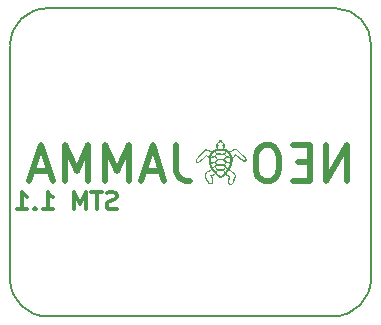
<source format=gbo>
G04 #@! TF.FileFunction,Legend,Bot*
%FSLAX46Y46*%
G04 Gerber Fmt 4.6, Leading zero omitted, Abs format (unit mm)*
G04 Created by KiCad (PCBNEW 4.0.7) date 10/31/19 18:54:42*
%MOMM*%
%LPD*%
G01*
G04 APERTURE LIST*
%ADD10C,0.100000*%
%ADD11C,0.150000*%
%ADD12C,0.300000*%
%ADD13C,0.500000*%
%ADD14C,0.010000*%
G04 APERTURE END LIST*
D10*
D11*
X157612000Y-82707000D02*
X182095000Y-82707000D01*
X157620000Y-108776000D02*
X181851000Y-108776000D01*
D12*
X163510285Y-99667143D02*
X163295999Y-99738571D01*
X162938856Y-99738571D01*
X162795999Y-99667143D01*
X162724570Y-99595714D01*
X162653142Y-99452857D01*
X162653142Y-99310000D01*
X162724570Y-99167143D01*
X162795999Y-99095714D01*
X162938856Y-99024286D01*
X163224570Y-98952857D01*
X163367428Y-98881429D01*
X163438856Y-98810000D01*
X163510285Y-98667143D01*
X163510285Y-98524286D01*
X163438856Y-98381429D01*
X163367428Y-98310000D01*
X163224570Y-98238571D01*
X162867428Y-98238571D01*
X162653142Y-98310000D01*
X162224571Y-98238571D02*
X161367428Y-98238571D01*
X161795999Y-99738571D02*
X161795999Y-98238571D01*
X160867428Y-99738571D02*
X160867428Y-98238571D01*
X160367428Y-99310000D01*
X159867428Y-98238571D01*
X159867428Y-99738571D01*
X157224571Y-99738571D02*
X158081714Y-99738571D01*
X157653142Y-99738571D02*
X157653142Y-98238571D01*
X157795999Y-98452857D01*
X157938857Y-98595714D01*
X158081714Y-98667143D01*
X156581714Y-99595714D02*
X156510286Y-99667143D01*
X156581714Y-99738571D01*
X156653143Y-99667143D01*
X156581714Y-99595714D01*
X156581714Y-99738571D01*
X155081714Y-99738571D02*
X155938857Y-99738571D01*
X155510285Y-99738571D02*
X155510285Y-98238571D01*
X155653142Y-98452857D01*
X155796000Y-98595714D01*
X155938857Y-98667143D01*
D13*
X182972285Y-97323143D02*
X182972285Y-94323143D01*
X181258000Y-97323143D01*
X181258000Y-94323143D01*
X179829428Y-95751714D02*
X178829428Y-95751714D01*
X178400857Y-97323143D02*
X179829428Y-97323143D01*
X179829428Y-94323143D01*
X178400857Y-94323143D01*
X176543714Y-94323143D02*
X175972285Y-94323143D01*
X175686571Y-94466000D01*
X175400857Y-94751714D01*
X175257999Y-95323143D01*
X175257999Y-96323143D01*
X175400857Y-96894571D01*
X175686571Y-97180286D01*
X175972285Y-97323143D01*
X176543714Y-97323143D01*
X176829428Y-97180286D01*
X177115142Y-96894571D01*
X177257999Y-96323143D01*
X177257999Y-95323143D01*
X177115142Y-94751714D01*
X176829428Y-94466000D01*
X176543714Y-94323143D01*
X168543714Y-94323143D02*
X168543714Y-96466000D01*
X168686572Y-96894571D01*
X168972286Y-97180286D01*
X169400857Y-97323143D01*
X169686572Y-97323143D01*
X167258000Y-96466000D02*
X165829429Y-96466000D01*
X167543715Y-97323143D02*
X166543715Y-94323143D01*
X165543715Y-97323143D01*
X164543714Y-97323143D02*
X164543714Y-94323143D01*
X163543714Y-96466000D01*
X162543714Y-94323143D01*
X162543714Y-97323143D01*
X161115143Y-97323143D02*
X161115143Y-94323143D01*
X160115143Y-96466000D01*
X159115143Y-94323143D01*
X159115143Y-97323143D01*
X157829429Y-96466000D02*
X156400858Y-96466000D01*
X158115144Y-97323143D02*
X157115144Y-94323143D01*
X156115144Y-97323143D01*
D11*
X154467000Y-105770000D02*
X154467000Y-85863000D01*
X185023000Y-85794000D02*
X185023000Y-105636000D01*
X154472000Y-105697000D02*
G75*
G03X157685000Y-108794000I3155000J58000D01*
G01*
X181849000Y-108789000D02*
G75*
G03X185035000Y-105603000I0J3186000D01*
G01*
X157628000Y-82710000D02*
G75*
G03X154479000Y-85819000I-20000J-3129000D01*
G01*
X185037000Y-85803000D02*
G75*
G03X182065000Y-82709000I-3033000J61000D01*
G01*
D14*
G36*
X172205732Y-93887094D02*
X172145554Y-93937621D01*
X172076935Y-94008346D01*
X172009744Y-94088234D01*
X171953850Y-94166248D01*
X171919123Y-94231355D01*
X171916926Y-94237536D01*
X171905084Y-94297508D01*
X171911074Y-94365116D01*
X171937372Y-94453096D01*
X171978994Y-94556816D01*
X171978934Y-94590691D01*
X171937148Y-94612505D01*
X171925265Y-94615639D01*
X171867918Y-94637835D01*
X171785956Y-94679255D01*
X171697046Y-94730967D01*
X171696389Y-94731377D01*
X171538877Y-94829607D01*
X171416989Y-94772469D01*
X171250055Y-94702807D01*
X171118182Y-94666598D01*
X171022585Y-94664164D01*
X171014356Y-94665967D01*
X170969841Y-94691690D01*
X170895650Y-94752347D01*
X170795497Y-94844589D01*
X170673096Y-94965065D01*
X170599347Y-95040381D01*
X170457845Y-95189118D01*
X170350665Y-95308885D01*
X170274602Y-95404953D01*
X170226453Y-95482593D01*
X170203015Y-95547077D01*
X170201084Y-95603676D01*
X170217455Y-95657661D01*
X170220371Y-95663950D01*
X170250850Y-95713039D01*
X170288316Y-95740417D01*
X170336763Y-95744037D01*
X170400185Y-95721850D01*
X170482575Y-95671808D01*
X170587928Y-95591864D01*
X170720237Y-95479969D01*
X170883495Y-95334076D01*
X170909106Y-95310769D01*
X171067651Y-95166238D01*
X171180961Y-95242338D01*
X171294272Y-95318438D01*
X171294686Y-95565024D01*
X171295838Y-95677591D01*
X171301560Y-95760515D01*
X171315922Y-95830783D01*
X171342995Y-95905382D01*
X171386848Y-96001298D01*
X171411505Y-96052554D01*
X171527909Y-96293500D01*
X171367556Y-96366716D01*
X171190544Y-96474550D01*
X171076357Y-96578282D01*
X170945511Y-96716632D01*
X170959516Y-96871082D01*
X170987043Y-97004545D01*
X171042074Y-97153620D01*
X171115774Y-97299670D01*
X171199307Y-97424056D01*
X171246680Y-97476906D01*
X171304047Y-97526295D01*
X171353048Y-97544901D01*
X171417954Y-97540869D01*
X171430922Y-97538755D01*
X171503754Y-97519069D01*
X171556489Y-97491841D01*
X171563958Y-97484700D01*
X171577860Y-97440107D01*
X171583158Y-97361741D01*
X171580851Y-97265711D01*
X171571937Y-97168128D01*
X171557415Y-97085101D01*
X171538283Y-97032742D01*
X171535731Y-97029293D01*
X171510046Y-96980793D01*
X171487385Y-96910737D01*
X171485763Y-96903820D01*
X171475102Y-96844497D01*
X171486498Y-96819378D01*
X171529896Y-96813334D01*
X171545425Y-96813052D01*
X171616445Y-96800377D01*
X171702734Y-96769723D01*
X171738144Y-96752889D01*
X171850987Y-96693874D01*
X172036467Y-96855637D01*
X172120077Y-96925338D01*
X172192626Y-96979964D01*
X172243824Y-97012053D01*
X172259522Y-97017400D01*
X172294592Y-97001649D01*
X172356429Y-96959540D01*
X172434120Y-96898790D01*
X172470078Y-96868518D01*
X172643061Y-96719637D01*
X172730954Y-96793013D01*
X172809350Y-96843483D01*
X172894557Y-96877420D01*
X172914223Y-96881641D01*
X172975184Y-96892122D01*
X173007666Y-96899137D01*
X173009326Y-96899996D01*
X173002490Y-96923772D01*
X172985279Y-96981303D01*
X172971226Y-97027786D01*
X172946939Y-97139185D01*
X172935089Y-97261982D01*
X172935624Y-97380916D01*
X172948494Y-97480723D01*
X172972941Y-97545148D01*
X173032252Y-97590062D01*
X173112912Y-97603718D01*
X173196260Y-97586161D01*
X173257462Y-97544450D01*
X173294686Y-97492618D01*
X173337583Y-97416182D01*
X173377700Y-97332583D01*
X173406585Y-97259264D01*
X173416000Y-97217267D01*
X173426306Y-97181174D01*
X173452320Y-97118594D01*
X173466800Y-97087602D01*
X173511964Y-96961717D01*
X173512173Y-96944597D01*
X173487503Y-96944597D01*
X173446619Y-97076554D01*
X173441400Y-97087602D01*
X173410818Y-97155876D01*
X173392716Y-97205899D01*
X173390600Y-97217267D01*
X173379315Y-97262752D01*
X173350894Y-97334659D01*
X173313496Y-97415355D01*
X173275275Y-97487206D01*
X173245148Y-97531750D01*
X173188204Y-97565856D01*
X173113182Y-97577459D01*
X173040338Y-97566923D01*
X172989928Y-97534613D01*
X172985094Y-97527069D01*
X172967550Y-97462560D01*
X172960043Y-97364703D01*
X172962222Y-97249877D01*
X172973737Y-97134459D01*
X172994238Y-97034829D01*
X172995720Y-97029800D01*
X173014933Y-96956121D01*
X173023202Y-96903534D01*
X173021736Y-96889487D01*
X172991738Y-96874178D01*
X172931906Y-96859194D01*
X172918956Y-96856937D01*
X172837199Y-96830877D01*
X172754214Y-96785912D01*
X172741360Y-96776646D01*
X172655642Y-96711266D01*
X172797757Y-96534133D01*
X172863410Y-96455379D01*
X172918757Y-96394620D01*
X172955325Y-96360921D01*
X172963388Y-96357000D01*
X172999652Y-96372595D01*
X173063288Y-96413924D01*
X173143849Y-96472801D01*
X173230889Y-96541041D01*
X173313965Y-96610456D01*
X173382628Y-96672863D01*
X173426053Y-96719571D01*
X173480697Y-96826774D01*
X173487503Y-96944597D01*
X173512173Y-96944597D01*
X173513301Y-96852719D01*
X173469534Y-96749740D01*
X173419384Y-96684371D01*
X173349116Y-96614154D01*
X173255205Y-96532803D01*
X173156699Y-96456716D01*
X173146334Y-96449325D01*
X172971500Y-96325858D01*
X173098500Y-96071295D01*
X173153790Y-95958924D01*
X173190131Y-95876475D01*
X173211499Y-95808540D01*
X173221867Y-95739706D01*
X173225211Y-95654563D01*
X173225425Y-95598492D01*
X173198585Y-95598492D01*
X173196506Y-95701115D01*
X173189057Y-95779207D01*
X173171923Y-95849419D01*
X173140790Y-95928402D01*
X173091341Y-96032809D01*
X173080111Y-96055692D01*
X173010634Y-96184579D01*
X172926627Y-96322386D01*
X172842701Y-96445605D01*
X172814926Y-96482369D01*
X172736062Y-96575971D01*
X172643770Y-96674788D01*
X172545985Y-96771529D01*
X172450641Y-96858903D01*
X172365673Y-96929620D01*
X172299016Y-96976388D01*
X172260300Y-96992000D01*
X172225413Y-96976109D01*
X172163442Y-96933440D01*
X172084793Y-96871494D01*
X172037847Y-96831619D01*
X171887164Y-96680049D01*
X171835083Y-96680049D01*
X171723162Y-96734424D01*
X171636098Y-96767741D01*
X171550111Y-96786946D01*
X171523656Y-96788800D01*
X171465397Y-96792005D01*
X171444989Y-96811443D01*
X171449504Y-96861849D01*
X171451230Y-96871350D01*
X171474681Y-96951405D01*
X171505320Y-97016145D01*
X171531247Y-97091913D01*
X171544755Y-97215908D01*
X171546675Y-97281329D01*
X171547029Y-97382462D01*
X171543024Y-97444137D01*
X171531529Y-97477681D01*
X171509414Y-97494421D01*
X171485600Y-97502302D01*
X171390666Y-97521049D01*
X171321711Y-97509302D01*
X171260814Y-97462122D01*
X171235695Y-97433436D01*
X171136883Y-97290881D01*
X171056458Y-97130815D01*
X171002498Y-96971347D01*
X170984936Y-96871305D01*
X170978833Y-96787205D01*
X170984108Y-96731293D01*
X171007654Y-96684091D01*
X171056366Y-96626121D01*
X171081362Y-96598897D01*
X171165044Y-96522812D01*
X171271025Y-96446728D01*
X171382309Y-96381273D01*
X171481899Y-96337073D01*
X171515245Y-96327597D01*
X171552540Y-96343477D01*
X171611895Y-96399470D01*
X171689522Y-96491959D01*
X171695362Y-96499474D01*
X171835083Y-96680049D01*
X171887164Y-96680049D01*
X171793252Y-96585585D01*
X171583379Y-96306400D01*
X171439013Y-96052637D01*
X171385553Y-95941528D01*
X171351183Y-95859353D01*
X171331701Y-95789898D01*
X171322906Y-95716950D01*
X171320595Y-95624295D01*
X171320539Y-95595437D01*
X171334013Y-95404673D01*
X171371733Y-95217374D01*
X171429547Y-95049601D01*
X171491472Y-94934217D01*
X171542578Y-94877333D01*
X171581104Y-94844491D01*
X171504553Y-94844491D01*
X171496908Y-94867666D01*
X171470755Y-94922770D01*
X171437274Y-94987419D01*
X171393929Y-95076918D01*
X171359816Y-95162283D01*
X171346453Y-95207650D01*
X171329517Y-95263619D01*
X171311293Y-95289914D01*
X171309605Y-95290200D01*
X171279034Y-95277082D01*
X171221882Y-95243461D01*
X171178848Y-95215519D01*
X171067651Y-95140838D01*
X170909522Y-95285369D01*
X170739785Y-95437968D01*
X170601584Y-95555800D01*
X170491358Y-95640828D01*
X170405548Y-95695014D01*
X170340595Y-95720320D01*
X170292937Y-95718707D01*
X170259017Y-95692137D01*
X170239538Y-95654652D01*
X170226089Y-95598384D01*
X170231099Y-95539392D01*
X170257923Y-95472269D01*
X170309918Y-95391612D01*
X170390438Y-95292013D01*
X170502839Y-95168069D01*
X170613264Y-95052598D01*
X170738825Y-94926084D01*
X170847345Y-94822535D01*
X170934151Y-94746149D01*
X170994575Y-94701124D01*
X171015572Y-94691062D01*
X171101218Y-94689519D01*
X171218108Y-94717072D01*
X171357520Y-94771461D01*
X171396700Y-94789874D01*
X171459300Y-94820743D01*
X171498680Y-94841016D01*
X171504553Y-94844491D01*
X171581104Y-94844491D01*
X171621383Y-94810155D01*
X171711115Y-94746941D01*
X171713882Y-94745203D01*
X171878128Y-94642500D01*
X172642473Y-94642500D01*
X172806719Y-94745203D01*
X172896521Y-94808068D01*
X172975915Y-94875336D01*
X173028129Y-94932752D01*
X173029129Y-94934217D01*
X173102751Y-95076856D01*
X173158029Y-95252569D01*
X173190969Y-95445699D01*
X173198585Y-95598492D01*
X173225425Y-95598492D01*
X173225500Y-95578883D01*
X173228490Y-95450076D01*
X173237420Y-95370681D01*
X173252228Y-95341204D01*
X173253775Y-95341017D01*
X173284270Y-95323638D01*
X173337021Y-95278097D01*
X173400512Y-95214353D01*
X173518975Y-95087707D01*
X173702438Y-95235489D01*
X173873101Y-95368409D01*
X174022905Y-95475864D01*
X174147920Y-95555348D01*
X174244215Y-95604353D01*
X174306139Y-95620400D01*
X174377853Y-95603886D01*
X174434098Y-95562908D01*
X174457391Y-95510314D01*
X174457401Y-95509258D01*
X174456772Y-95507359D01*
X174422763Y-95507359D01*
X174410663Y-95551860D01*
X174408550Y-95554550D01*
X174353142Y-95590142D01*
X174275523Y-95587294D01*
X174172688Y-95545332D01*
X174060304Y-95476435D01*
X173954386Y-95401586D01*
X173832908Y-95311481D01*
X173719230Y-95223510D01*
X173700924Y-95208862D01*
X173515948Y-95059853D01*
X173394280Y-95192173D01*
X173313599Y-95270825D01*
X173254154Y-95305607D01*
X173212090Y-95296820D01*
X173183553Y-95244765D01*
X173174525Y-95209366D01*
X173152285Y-95138874D01*
X173114370Y-95049279D01*
X173086613Y-94993485D01*
X173016366Y-94861870D01*
X173133633Y-94802985D01*
X173217797Y-94758528D01*
X173294676Y-94714380D01*
X173319853Y-94698559D01*
X173387172Y-94668075D01*
X173476822Y-94644143D01*
X173515782Y-94637980D01*
X173642759Y-94622942D01*
X173984069Y-94958492D01*
X174144517Y-95120417D01*
X174266765Y-95253675D01*
X174352659Y-95360857D01*
X174404043Y-95444555D01*
X174422763Y-95507359D01*
X174456772Y-95507359D01*
X174437509Y-95449242D01*
X174378632Y-95359603D01*
X174281967Y-95241798D01*
X174148711Y-95097286D01*
X173980061Y-94927522D01*
X173977314Y-94924835D01*
X173642512Y-94597571D01*
X173513867Y-94612807D01*
X173433930Y-94626086D01*
X173373711Y-94642931D01*
X173356161Y-94651963D01*
X173318258Y-94676504D01*
X173253017Y-94713163D01*
X173174774Y-94754541D01*
X173097865Y-94793239D01*
X173036624Y-94821859D01*
X173005418Y-94833000D01*
X172976494Y-94820389D01*
X172916880Y-94787076D01*
X172838610Y-94739839D01*
X172825725Y-94731796D01*
X172734106Y-94679092D01*
X172647102Y-94636993D01*
X172583085Y-94614358D01*
X172581565Y-94614042D01*
X172525797Y-94596509D01*
X172512091Y-94570656D01*
X172516329Y-94556496D01*
X172562445Y-94440201D01*
X172586009Y-94355373D01*
X172586412Y-94347719D01*
X172566015Y-94347719D01*
X172550074Y-94381406D01*
X172519378Y-94379333D01*
X172512164Y-94374027D01*
X172479233Y-94318035D01*
X172488532Y-94252383D01*
X172507950Y-94223354D01*
X172526198Y-94200854D01*
X172509287Y-94210888D01*
X172495250Y-94221385D01*
X172455499Y-94276644D01*
X172463163Y-94339920D01*
X172500002Y-94387053D01*
X172530567Y-94419981D01*
X172534692Y-94452680D01*
X172513653Y-94506053D01*
X172507998Y-94517990D01*
X172466792Y-94604400D01*
X172028409Y-94604400D01*
X171987203Y-94517990D01*
X171962231Y-94459333D01*
X171962217Y-94424716D01*
X171988437Y-94393237D01*
X171995199Y-94387053D01*
X172038752Y-94323506D01*
X172038370Y-94318750D01*
X172011289Y-94318750D01*
X171995411Y-94364279D01*
X171969410Y-94386146D01*
X171941678Y-94372082D01*
X171937634Y-94365665D01*
X171926823Y-94312386D01*
X171932129Y-94262460D01*
X171955357Y-94208796D01*
X171981800Y-94205039D01*
X172005781Y-94251235D01*
X172008653Y-94261829D01*
X172011289Y-94318750D01*
X172038370Y-94318750D01*
X172033094Y-94253150D01*
X172007801Y-94207850D01*
X171991168Y-94177010D01*
X171993361Y-94146235D01*
X172019398Y-94103750D01*
X172074296Y-94037779D01*
X172085971Y-94024398D01*
X172150489Y-93958024D01*
X172208677Y-93910840D01*
X172247412Y-93893200D01*
X172290776Y-93912693D01*
X172351142Y-93963577D01*
X172418126Y-94034454D01*
X172481343Y-94113926D01*
X172530410Y-94190598D01*
X172544169Y-94218914D01*
X172564835Y-94289734D01*
X172566015Y-94347719D01*
X172586412Y-94347719D01*
X172589496Y-94289270D01*
X172578275Y-94237536D01*
X172546625Y-94174628D01*
X172492670Y-94097540D01*
X172426278Y-94017305D01*
X172357320Y-93944960D01*
X172295664Y-93891539D01*
X172251180Y-93868078D01*
X172247600Y-93867800D01*
X172205732Y-93887094D01*
X172205732Y-93887094D01*
G37*
X172205732Y-93887094D02*
X172145554Y-93937621D01*
X172076935Y-94008346D01*
X172009744Y-94088234D01*
X171953850Y-94166248D01*
X171919123Y-94231355D01*
X171916926Y-94237536D01*
X171905084Y-94297508D01*
X171911074Y-94365116D01*
X171937372Y-94453096D01*
X171978994Y-94556816D01*
X171978934Y-94590691D01*
X171937148Y-94612505D01*
X171925265Y-94615639D01*
X171867918Y-94637835D01*
X171785956Y-94679255D01*
X171697046Y-94730967D01*
X171696389Y-94731377D01*
X171538877Y-94829607D01*
X171416989Y-94772469D01*
X171250055Y-94702807D01*
X171118182Y-94666598D01*
X171022585Y-94664164D01*
X171014356Y-94665967D01*
X170969841Y-94691690D01*
X170895650Y-94752347D01*
X170795497Y-94844589D01*
X170673096Y-94965065D01*
X170599347Y-95040381D01*
X170457845Y-95189118D01*
X170350665Y-95308885D01*
X170274602Y-95404953D01*
X170226453Y-95482593D01*
X170203015Y-95547077D01*
X170201084Y-95603676D01*
X170217455Y-95657661D01*
X170220371Y-95663950D01*
X170250850Y-95713039D01*
X170288316Y-95740417D01*
X170336763Y-95744037D01*
X170400185Y-95721850D01*
X170482575Y-95671808D01*
X170587928Y-95591864D01*
X170720237Y-95479969D01*
X170883495Y-95334076D01*
X170909106Y-95310769D01*
X171067651Y-95166238D01*
X171180961Y-95242338D01*
X171294272Y-95318438D01*
X171294686Y-95565024D01*
X171295838Y-95677591D01*
X171301560Y-95760515D01*
X171315922Y-95830783D01*
X171342995Y-95905382D01*
X171386848Y-96001298D01*
X171411505Y-96052554D01*
X171527909Y-96293500D01*
X171367556Y-96366716D01*
X171190544Y-96474550D01*
X171076357Y-96578282D01*
X170945511Y-96716632D01*
X170959516Y-96871082D01*
X170987043Y-97004545D01*
X171042074Y-97153620D01*
X171115774Y-97299670D01*
X171199307Y-97424056D01*
X171246680Y-97476906D01*
X171304047Y-97526295D01*
X171353048Y-97544901D01*
X171417954Y-97540869D01*
X171430922Y-97538755D01*
X171503754Y-97519069D01*
X171556489Y-97491841D01*
X171563958Y-97484700D01*
X171577860Y-97440107D01*
X171583158Y-97361741D01*
X171580851Y-97265711D01*
X171571937Y-97168128D01*
X171557415Y-97085101D01*
X171538283Y-97032742D01*
X171535731Y-97029293D01*
X171510046Y-96980793D01*
X171487385Y-96910737D01*
X171485763Y-96903820D01*
X171475102Y-96844497D01*
X171486498Y-96819378D01*
X171529896Y-96813334D01*
X171545425Y-96813052D01*
X171616445Y-96800377D01*
X171702734Y-96769723D01*
X171738144Y-96752889D01*
X171850987Y-96693874D01*
X172036467Y-96855637D01*
X172120077Y-96925338D01*
X172192626Y-96979964D01*
X172243824Y-97012053D01*
X172259522Y-97017400D01*
X172294592Y-97001649D01*
X172356429Y-96959540D01*
X172434120Y-96898790D01*
X172470078Y-96868518D01*
X172643061Y-96719637D01*
X172730954Y-96793013D01*
X172809350Y-96843483D01*
X172894557Y-96877420D01*
X172914223Y-96881641D01*
X172975184Y-96892122D01*
X173007666Y-96899137D01*
X173009326Y-96899996D01*
X173002490Y-96923772D01*
X172985279Y-96981303D01*
X172971226Y-97027786D01*
X172946939Y-97139185D01*
X172935089Y-97261982D01*
X172935624Y-97380916D01*
X172948494Y-97480723D01*
X172972941Y-97545148D01*
X173032252Y-97590062D01*
X173112912Y-97603718D01*
X173196260Y-97586161D01*
X173257462Y-97544450D01*
X173294686Y-97492618D01*
X173337583Y-97416182D01*
X173377700Y-97332583D01*
X173406585Y-97259264D01*
X173416000Y-97217267D01*
X173426306Y-97181174D01*
X173452320Y-97118594D01*
X173466800Y-97087602D01*
X173511964Y-96961717D01*
X173512173Y-96944597D01*
X173487503Y-96944597D01*
X173446619Y-97076554D01*
X173441400Y-97087602D01*
X173410818Y-97155876D01*
X173392716Y-97205899D01*
X173390600Y-97217267D01*
X173379315Y-97262752D01*
X173350894Y-97334659D01*
X173313496Y-97415355D01*
X173275275Y-97487206D01*
X173245148Y-97531750D01*
X173188204Y-97565856D01*
X173113182Y-97577459D01*
X173040338Y-97566923D01*
X172989928Y-97534613D01*
X172985094Y-97527069D01*
X172967550Y-97462560D01*
X172960043Y-97364703D01*
X172962222Y-97249877D01*
X172973737Y-97134459D01*
X172994238Y-97034829D01*
X172995720Y-97029800D01*
X173014933Y-96956121D01*
X173023202Y-96903534D01*
X173021736Y-96889487D01*
X172991738Y-96874178D01*
X172931906Y-96859194D01*
X172918956Y-96856937D01*
X172837199Y-96830877D01*
X172754214Y-96785912D01*
X172741360Y-96776646D01*
X172655642Y-96711266D01*
X172797757Y-96534133D01*
X172863410Y-96455379D01*
X172918757Y-96394620D01*
X172955325Y-96360921D01*
X172963388Y-96357000D01*
X172999652Y-96372595D01*
X173063288Y-96413924D01*
X173143849Y-96472801D01*
X173230889Y-96541041D01*
X173313965Y-96610456D01*
X173382628Y-96672863D01*
X173426053Y-96719571D01*
X173480697Y-96826774D01*
X173487503Y-96944597D01*
X173512173Y-96944597D01*
X173513301Y-96852719D01*
X173469534Y-96749740D01*
X173419384Y-96684371D01*
X173349116Y-96614154D01*
X173255205Y-96532803D01*
X173156699Y-96456716D01*
X173146334Y-96449325D01*
X172971500Y-96325858D01*
X173098500Y-96071295D01*
X173153790Y-95958924D01*
X173190131Y-95876475D01*
X173211499Y-95808540D01*
X173221867Y-95739706D01*
X173225211Y-95654563D01*
X173225425Y-95598492D01*
X173198585Y-95598492D01*
X173196506Y-95701115D01*
X173189057Y-95779207D01*
X173171923Y-95849419D01*
X173140790Y-95928402D01*
X173091341Y-96032809D01*
X173080111Y-96055692D01*
X173010634Y-96184579D01*
X172926627Y-96322386D01*
X172842701Y-96445605D01*
X172814926Y-96482369D01*
X172736062Y-96575971D01*
X172643770Y-96674788D01*
X172545985Y-96771529D01*
X172450641Y-96858903D01*
X172365673Y-96929620D01*
X172299016Y-96976388D01*
X172260300Y-96992000D01*
X172225413Y-96976109D01*
X172163442Y-96933440D01*
X172084793Y-96871494D01*
X172037847Y-96831619D01*
X171887164Y-96680049D01*
X171835083Y-96680049D01*
X171723162Y-96734424D01*
X171636098Y-96767741D01*
X171550111Y-96786946D01*
X171523656Y-96788800D01*
X171465397Y-96792005D01*
X171444989Y-96811443D01*
X171449504Y-96861849D01*
X171451230Y-96871350D01*
X171474681Y-96951405D01*
X171505320Y-97016145D01*
X171531247Y-97091913D01*
X171544755Y-97215908D01*
X171546675Y-97281329D01*
X171547029Y-97382462D01*
X171543024Y-97444137D01*
X171531529Y-97477681D01*
X171509414Y-97494421D01*
X171485600Y-97502302D01*
X171390666Y-97521049D01*
X171321711Y-97509302D01*
X171260814Y-97462122D01*
X171235695Y-97433436D01*
X171136883Y-97290881D01*
X171056458Y-97130815D01*
X171002498Y-96971347D01*
X170984936Y-96871305D01*
X170978833Y-96787205D01*
X170984108Y-96731293D01*
X171007654Y-96684091D01*
X171056366Y-96626121D01*
X171081362Y-96598897D01*
X171165044Y-96522812D01*
X171271025Y-96446728D01*
X171382309Y-96381273D01*
X171481899Y-96337073D01*
X171515245Y-96327597D01*
X171552540Y-96343477D01*
X171611895Y-96399470D01*
X171689522Y-96491959D01*
X171695362Y-96499474D01*
X171835083Y-96680049D01*
X171887164Y-96680049D01*
X171793252Y-96585585D01*
X171583379Y-96306400D01*
X171439013Y-96052637D01*
X171385553Y-95941528D01*
X171351183Y-95859353D01*
X171331701Y-95789898D01*
X171322906Y-95716950D01*
X171320595Y-95624295D01*
X171320539Y-95595437D01*
X171334013Y-95404673D01*
X171371733Y-95217374D01*
X171429547Y-95049601D01*
X171491472Y-94934217D01*
X171542578Y-94877333D01*
X171581104Y-94844491D01*
X171504553Y-94844491D01*
X171496908Y-94867666D01*
X171470755Y-94922770D01*
X171437274Y-94987419D01*
X171393929Y-95076918D01*
X171359816Y-95162283D01*
X171346453Y-95207650D01*
X171329517Y-95263619D01*
X171311293Y-95289914D01*
X171309605Y-95290200D01*
X171279034Y-95277082D01*
X171221882Y-95243461D01*
X171178848Y-95215519D01*
X171067651Y-95140838D01*
X170909522Y-95285369D01*
X170739785Y-95437968D01*
X170601584Y-95555800D01*
X170491358Y-95640828D01*
X170405548Y-95695014D01*
X170340595Y-95720320D01*
X170292937Y-95718707D01*
X170259017Y-95692137D01*
X170239538Y-95654652D01*
X170226089Y-95598384D01*
X170231099Y-95539392D01*
X170257923Y-95472269D01*
X170309918Y-95391612D01*
X170390438Y-95292013D01*
X170502839Y-95168069D01*
X170613264Y-95052598D01*
X170738825Y-94926084D01*
X170847345Y-94822535D01*
X170934151Y-94746149D01*
X170994575Y-94701124D01*
X171015572Y-94691062D01*
X171101218Y-94689519D01*
X171218108Y-94717072D01*
X171357520Y-94771461D01*
X171396700Y-94789874D01*
X171459300Y-94820743D01*
X171498680Y-94841016D01*
X171504553Y-94844491D01*
X171581104Y-94844491D01*
X171621383Y-94810155D01*
X171711115Y-94746941D01*
X171713882Y-94745203D01*
X171878128Y-94642500D01*
X172642473Y-94642500D01*
X172806719Y-94745203D01*
X172896521Y-94808068D01*
X172975915Y-94875336D01*
X173028129Y-94932752D01*
X173029129Y-94934217D01*
X173102751Y-95076856D01*
X173158029Y-95252569D01*
X173190969Y-95445699D01*
X173198585Y-95598492D01*
X173225425Y-95598492D01*
X173225500Y-95578883D01*
X173228490Y-95450076D01*
X173237420Y-95370681D01*
X173252228Y-95341204D01*
X173253775Y-95341017D01*
X173284270Y-95323638D01*
X173337021Y-95278097D01*
X173400512Y-95214353D01*
X173518975Y-95087707D01*
X173702438Y-95235489D01*
X173873101Y-95368409D01*
X174022905Y-95475864D01*
X174147920Y-95555348D01*
X174244215Y-95604353D01*
X174306139Y-95620400D01*
X174377853Y-95603886D01*
X174434098Y-95562908D01*
X174457391Y-95510314D01*
X174457401Y-95509258D01*
X174456772Y-95507359D01*
X174422763Y-95507359D01*
X174410663Y-95551860D01*
X174408550Y-95554550D01*
X174353142Y-95590142D01*
X174275523Y-95587294D01*
X174172688Y-95545332D01*
X174060304Y-95476435D01*
X173954386Y-95401586D01*
X173832908Y-95311481D01*
X173719230Y-95223510D01*
X173700924Y-95208862D01*
X173515948Y-95059853D01*
X173394280Y-95192173D01*
X173313599Y-95270825D01*
X173254154Y-95305607D01*
X173212090Y-95296820D01*
X173183553Y-95244765D01*
X173174525Y-95209366D01*
X173152285Y-95138874D01*
X173114370Y-95049279D01*
X173086613Y-94993485D01*
X173016366Y-94861870D01*
X173133633Y-94802985D01*
X173217797Y-94758528D01*
X173294676Y-94714380D01*
X173319853Y-94698559D01*
X173387172Y-94668075D01*
X173476822Y-94644143D01*
X173515782Y-94637980D01*
X173642759Y-94622942D01*
X173984069Y-94958492D01*
X174144517Y-95120417D01*
X174266765Y-95253675D01*
X174352659Y-95360857D01*
X174404043Y-95444555D01*
X174422763Y-95507359D01*
X174456772Y-95507359D01*
X174437509Y-95449242D01*
X174378632Y-95359603D01*
X174281967Y-95241798D01*
X174148711Y-95097286D01*
X173980061Y-94927522D01*
X173977314Y-94924835D01*
X173642512Y-94597571D01*
X173513867Y-94612807D01*
X173433930Y-94626086D01*
X173373711Y-94642931D01*
X173356161Y-94651963D01*
X173318258Y-94676504D01*
X173253017Y-94713163D01*
X173174774Y-94754541D01*
X173097865Y-94793239D01*
X173036624Y-94821859D01*
X173005418Y-94833000D01*
X172976494Y-94820389D01*
X172916880Y-94787076D01*
X172838610Y-94739839D01*
X172825725Y-94731796D01*
X172734106Y-94679092D01*
X172647102Y-94636993D01*
X172583085Y-94614358D01*
X172581565Y-94614042D01*
X172525797Y-94596509D01*
X172512091Y-94570656D01*
X172516329Y-94556496D01*
X172562445Y-94440201D01*
X172586009Y-94355373D01*
X172586412Y-94347719D01*
X172566015Y-94347719D01*
X172550074Y-94381406D01*
X172519378Y-94379333D01*
X172512164Y-94374027D01*
X172479233Y-94318035D01*
X172488532Y-94252383D01*
X172507950Y-94223354D01*
X172526198Y-94200854D01*
X172509287Y-94210888D01*
X172495250Y-94221385D01*
X172455499Y-94276644D01*
X172463163Y-94339920D01*
X172500002Y-94387053D01*
X172530567Y-94419981D01*
X172534692Y-94452680D01*
X172513653Y-94506053D01*
X172507998Y-94517990D01*
X172466792Y-94604400D01*
X172028409Y-94604400D01*
X171987203Y-94517990D01*
X171962231Y-94459333D01*
X171962217Y-94424716D01*
X171988437Y-94393237D01*
X171995199Y-94387053D01*
X172038752Y-94323506D01*
X172038370Y-94318750D01*
X172011289Y-94318750D01*
X171995411Y-94364279D01*
X171969410Y-94386146D01*
X171941678Y-94372082D01*
X171937634Y-94365665D01*
X171926823Y-94312386D01*
X171932129Y-94262460D01*
X171955357Y-94208796D01*
X171981800Y-94205039D01*
X172005781Y-94251235D01*
X172008653Y-94261829D01*
X172011289Y-94318750D01*
X172038370Y-94318750D01*
X172033094Y-94253150D01*
X172007801Y-94207850D01*
X171991168Y-94177010D01*
X171993361Y-94146235D01*
X172019398Y-94103750D01*
X172074296Y-94037779D01*
X172085971Y-94024398D01*
X172150489Y-93958024D01*
X172208677Y-93910840D01*
X172247412Y-93893200D01*
X172290776Y-93912693D01*
X172351142Y-93963577D01*
X172418126Y-94034454D01*
X172481343Y-94113926D01*
X172530410Y-94190598D01*
X172544169Y-94218914D01*
X172564835Y-94289734D01*
X172566015Y-94347719D01*
X172586412Y-94347719D01*
X172589496Y-94289270D01*
X172578275Y-94237536D01*
X172546625Y-94174628D01*
X172492670Y-94097540D01*
X172426278Y-94017305D01*
X172357320Y-93944960D01*
X172295664Y-93891539D01*
X172251180Y-93868078D01*
X172247600Y-93867800D01*
X172205732Y-93887094D01*
G36*
X171701500Y-94794900D02*
X171604187Y-94867418D01*
X171537297Y-94939720D01*
X171483983Y-95030198D01*
X171481627Y-95035004D01*
X171399311Y-95258227D01*
X171362929Y-95497760D01*
X171363462Y-95664726D01*
X171374930Y-95786701D01*
X171397358Y-95883480D01*
X171437621Y-95980507D01*
X171461500Y-96027443D01*
X171585002Y-96234115D01*
X171738638Y-96447409D01*
X171908439Y-96648740D01*
X172000323Y-96744350D01*
X172086862Y-96827061D01*
X172149764Y-96878641D01*
X172199252Y-96905831D01*
X172245546Y-96915371D01*
X172260300Y-96915800D01*
X172307626Y-96910230D01*
X172355087Y-96889028D01*
X172412904Y-96845453D01*
X172491298Y-96772763D01*
X172520278Y-96744350D01*
X172660890Y-96593231D01*
X172631947Y-96593231D01*
X172601784Y-96638594D01*
X172538759Y-96702275D01*
X172501721Y-96737883D01*
X172401242Y-96827338D01*
X172320383Y-96877411D01*
X172248595Y-96889591D01*
X172175333Y-96865370D01*
X172090047Y-96806237D01*
X172079347Y-96797556D01*
X172006432Y-96732769D01*
X171943325Y-96668160D01*
X171917605Y-96636687D01*
X171869166Y-96568661D01*
X171945933Y-96475530D01*
X172022699Y-96382400D01*
X172257722Y-96382400D01*
X172370697Y-96383571D01*
X172444803Y-96388678D01*
X172491947Y-96400107D01*
X172524038Y-96420245D01*
X172542828Y-96439550D01*
X172600712Y-96506459D01*
X172631004Y-96553436D01*
X172631947Y-96593231D01*
X172660890Y-96593231D01*
X172678129Y-96574704D01*
X172829365Y-96386858D01*
X172887804Y-96303100D01*
X172844500Y-96303100D01*
X172830840Y-96335760D01*
X172795569Y-96394646D01*
X172760596Y-96446492D01*
X172676691Y-96565529D01*
X172591173Y-96467614D01*
X172505655Y-96369700D01*
X172510637Y-96364543D01*
X172015536Y-96364543D01*
X171934718Y-96461913D01*
X171887423Y-96517807D01*
X171855701Y-96553246D01*
X171848550Y-96559742D01*
X171832297Y-96540903D01*
X171793272Y-96490077D01*
X171738461Y-96416447D01*
X171708850Y-96376050D01*
X171591743Y-96207277D01*
X171505281Y-96062444D01*
X171443177Y-95930608D01*
X171424392Y-95880894D01*
X171389156Y-95781024D01*
X171752300Y-95724566D01*
X171847550Y-95817337D01*
X171901198Y-95872042D01*
X171935686Y-95911924D01*
X171942674Y-95924004D01*
X171922960Y-95943666D01*
X171871100Y-95982591D01*
X171797819Y-96032784D01*
X171788710Y-96038781D01*
X171708081Y-96093998D01*
X171642381Y-96143236D01*
X171605370Y-96176162D01*
X171604687Y-96176986D01*
X171603252Y-96187159D01*
X171634557Y-96169676D01*
X171657459Y-96153576D01*
X171740418Y-96092842D01*
X171877977Y-96228692D01*
X172015536Y-96364543D01*
X172510637Y-96364543D01*
X172597218Y-96274925D01*
X172688782Y-96180151D01*
X172766641Y-96229448D01*
X172818035Y-96268087D01*
X172843803Y-96299403D01*
X172844500Y-96303100D01*
X172887804Y-96303100D01*
X172962144Y-96196554D01*
X173062983Y-96022781D01*
X173131933Y-95833962D01*
X173134786Y-95813463D01*
X173102999Y-95813463D01*
X173098880Y-95852224D01*
X173076096Y-95921614D01*
X173040728Y-96007895D01*
X172998855Y-96097332D01*
X172956559Y-96176186D01*
X172919919Y-96230721D01*
X172916645Y-96234481D01*
X172887476Y-96260466D01*
X172857406Y-96260213D01*
X172807804Y-96232192D01*
X172796133Y-96224586D01*
X172734364Y-96171597D01*
X172723832Y-96159653D01*
X172683995Y-96159653D01*
X172587643Y-96258326D01*
X172491291Y-96357000D01*
X172029965Y-96357000D01*
X171759521Y-96083154D01*
X171857057Y-96016877D01*
X171902581Y-95988238D01*
X171946501Y-95969287D01*
X172000588Y-95958039D01*
X172076611Y-95952511D01*
X172186340Y-95950717D01*
X172250121Y-95950600D01*
X172545650Y-95950600D01*
X172614822Y-96055126D01*
X172683995Y-96159653D01*
X172723832Y-96159653D01*
X172667849Y-96096168D01*
X172636737Y-96053239D01*
X172558601Y-95935160D01*
X172658487Y-95828078D01*
X172758372Y-95720995D01*
X172924013Y-95749840D01*
X173013973Y-95770184D01*
X173078245Y-95793811D01*
X173102999Y-95813463D01*
X173134786Y-95813463D01*
X173161049Y-95624769D01*
X173158846Y-95578667D01*
X173136212Y-95578667D01*
X173135344Y-95678185D01*
X173130778Y-95736118D01*
X173120288Y-95761657D01*
X173101652Y-95763996D01*
X173092150Y-95760783D01*
X173043815Y-95747173D01*
X172964762Y-95730019D01*
X172895300Y-95717128D01*
X172891811Y-95716318D01*
X172735201Y-95716318D01*
X172546489Y-95925200D01*
X171978510Y-95925200D01*
X171879234Y-95823531D01*
X171779957Y-95721863D01*
X171892067Y-95607631D01*
X172004177Y-95493400D01*
X172516424Y-95493400D01*
X172625812Y-95604859D01*
X172735201Y-95716318D01*
X172891811Y-95716318D01*
X172794007Y-95693616D01*
X172718064Y-95656700D01*
X172642029Y-95593648D01*
X172634900Y-95586824D01*
X172526900Y-95482724D01*
X172530873Y-95478675D01*
X171993701Y-95478675D01*
X171889172Y-95585181D01*
X171813991Y-95652970D01*
X171741756Y-95691882D01*
X171647206Y-95715286D01*
X171641472Y-95716284D01*
X171525502Y-95736023D01*
X171450830Y-95743976D01*
X171408416Y-95735212D01*
X171389222Y-95704796D01*
X171384210Y-95647797D01*
X171384347Y-95575950D01*
X171385824Y-95454139D01*
X171394079Y-95373596D01*
X171415737Y-95324787D01*
X171457422Y-95298180D01*
X171525757Y-95284241D01*
X171592056Y-95277012D01*
X171770012Y-95259140D01*
X171881856Y-95368908D01*
X171993701Y-95478675D01*
X172530873Y-95478675D01*
X172633839Y-95373762D01*
X172709884Y-95305084D01*
X172772182Y-95271794D01*
X172818039Y-95265405D01*
X172912627Y-95273297D01*
X173004757Y-95292583D01*
X173077936Y-95318808D01*
X173114527Y-95345513D01*
X173124716Y-95385747D01*
X173132360Y-95461767D01*
X173136067Y-95558570D01*
X173136212Y-95578667D01*
X173158846Y-95578667D01*
X173150594Y-95406019D01*
X173119580Y-95270471D01*
X173098605Y-95270471D01*
X173087595Y-95284134D01*
X173065634Y-95277985D01*
X173015550Y-95265480D01*
X172937681Y-95252821D01*
X172895300Y-95247686D01*
X172868146Y-95242957D01*
X172737286Y-95242957D01*
X172626855Y-95355478D01*
X172516424Y-95468000D01*
X172004177Y-95468000D01*
X171896631Y-95358418D01*
X171789086Y-95248837D01*
X171866102Y-95142518D01*
X171943119Y-95036200D01*
X172573532Y-95036200D01*
X172655409Y-95139578D01*
X172737286Y-95242957D01*
X172868146Y-95242957D01*
X172811780Y-95233141D01*
X172750928Y-95203063D01*
X172689584Y-95145064D01*
X172676792Y-95130804D01*
X172585284Y-95027428D01*
X172587862Y-95023500D01*
X171932285Y-95023500D01*
X171854993Y-95129046D01*
X171819433Y-95176083D01*
X171787408Y-95207795D01*
X171747795Y-95228205D01*
X171689468Y-95241330D01*
X171601301Y-95251192D01*
X171491950Y-95260221D01*
X171445128Y-95250157D01*
X171434800Y-95227424D01*
X171444600Y-95185057D01*
X171469944Y-95114178D01*
X171496099Y-95051441D01*
X171559006Y-94939743D01*
X171639777Y-94859370D01*
X171665050Y-94841593D01*
X171729228Y-94800930D01*
X171765282Y-94786869D01*
X171786784Y-94796991D01*
X171800601Y-94817439D01*
X171833542Y-94870858D01*
X171876367Y-94937833D01*
X171880393Y-94944012D01*
X171932285Y-95023500D01*
X172587862Y-95023500D01*
X172638692Y-94946066D01*
X172681940Y-94878959D01*
X172717018Y-94822527D01*
X172720000Y-94817529D01*
X172739380Y-94791699D01*
X172763678Y-94788338D01*
X172806463Y-94809857D01*
X172855595Y-94841622D01*
X172950804Y-94928946D01*
X173027432Y-95054787D01*
X173087535Y-95220046D01*
X173098605Y-95270471D01*
X173119580Y-95270471D01*
X173100830Y-95188528D01*
X173038974Y-95035004D01*
X172985875Y-94943272D01*
X172919960Y-94870547D01*
X172824382Y-94798434D01*
X172819100Y-94794900D01*
X172758415Y-94754443D01*
X172714685Y-94754443D01*
X172714391Y-94775816D01*
X172694648Y-94816284D01*
X172653230Y-94885324D01*
X172614823Y-94948050D01*
X172597169Y-94974515D01*
X172576212Y-94992274D01*
X172542693Y-95002796D01*
X172487350Y-95007550D01*
X172400923Y-95008005D01*
X172274152Y-95005632D01*
X172254604Y-95005200D01*
X171933562Y-94998100D01*
X171862286Y-94876705D01*
X171791010Y-94755311D01*
X171855859Y-94730655D01*
X171910539Y-94720201D01*
X172003421Y-94712717D01*
X172121992Y-94708197D01*
X172253740Y-94706636D01*
X172386154Y-94708025D01*
X172506722Y-94712359D01*
X172602932Y-94719632D01*
X172662272Y-94729837D01*
X172665846Y-94731074D01*
X172697761Y-94742688D01*
X172714685Y-94754443D01*
X172758415Y-94754443D01*
X172666700Y-94693300D01*
X171853900Y-94693300D01*
X171701500Y-94794900D01*
X171701500Y-94794900D01*
G37*
X171701500Y-94794900D02*
X171604187Y-94867418D01*
X171537297Y-94939720D01*
X171483983Y-95030198D01*
X171481627Y-95035004D01*
X171399311Y-95258227D01*
X171362929Y-95497760D01*
X171363462Y-95664726D01*
X171374930Y-95786701D01*
X171397358Y-95883480D01*
X171437621Y-95980507D01*
X171461500Y-96027443D01*
X171585002Y-96234115D01*
X171738638Y-96447409D01*
X171908439Y-96648740D01*
X172000323Y-96744350D01*
X172086862Y-96827061D01*
X172149764Y-96878641D01*
X172199252Y-96905831D01*
X172245546Y-96915371D01*
X172260300Y-96915800D01*
X172307626Y-96910230D01*
X172355087Y-96889028D01*
X172412904Y-96845453D01*
X172491298Y-96772763D01*
X172520278Y-96744350D01*
X172660890Y-96593231D01*
X172631947Y-96593231D01*
X172601784Y-96638594D01*
X172538759Y-96702275D01*
X172501721Y-96737883D01*
X172401242Y-96827338D01*
X172320383Y-96877411D01*
X172248595Y-96889591D01*
X172175333Y-96865370D01*
X172090047Y-96806237D01*
X172079347Y-96797556D01*
X172006432Y-96732769D01*
X171943325Y-96668160D01*
X171917605Y-96636687D01*
X171869166Y-96568661D01*
X171945933Y-96475530D01*
X172022699Y-96382400D01*
X172257722Y-96382400D01*
X172370697Y-96383571D01*
X172444803Y-96388678D01*
X172491947Y-96400107D01*
X172524038Y-96420245D01*
X172542828Y-96439550D01*
X172600712Y-96506459D01*
X172631004Y-96553436D01*
X172631947Y-96593231D01*
X172660890Y-96593231D01*
X172678129Y-96574704D01*
X172829365Y-96386858D01*
X172887804Y-96303100D01*
X172844500Y-96303100D01*
X172830840Y-96335760D01*
X172795569Y-96394646D01*
X172760596Y-96446492D01*
X172676691Y-96565529D01*
X172591173Y-96467614D01*
X172505655Y-96369700D01*
X172510637Y-96364543D01*
X172015536Y-96364543D01*
X171934718Y-96461913D01*
X171887423Y-96517807D01*
X171855701Y-96553246D01*
X171848550Y-96559742D01*
X171832297Y-96540903D01*
X171793272Y-96490077D01*
X171738461Y-96416447D01*
X171708850Y-96376050D01*
X171591743Y-96207277D01*
X171505281Y-96062444D01*
X171443177Y-95930608D01*
X171424392Y-95880894D01*
X171389156Y-95781024D01*
X171752300Y-95724566D01*
X171847550Y-95817337D01*
X171901198Y-95872042D01*
X171935686Y-95911924D01*
X171942674Y-95924004D01*
X171922960Y-95943666D01*
X171871100Y-95982591D01*
X171797819Y-96032784D01*
X171788710Y-96038781D01*
X171708081Y-96093998D01*
X171642381Y-96143236D01*
X171605370Y-96176162D01*
X171604687Y-96176986D01*
X171603252Y-96187159D01*
X171634557Y-96169676D01*
X171657459Y-96153576D01*
X171740418Y-96092842D01*
X171877977Y-96228692D01*
X172015536Y-96364543D01*
X172510637Y-96364543D01*
X172597218Y-96274925D01*
X172688782Y-96180151D01*
X172766641Y-96229448D01*
X172818035Y-96268087D01*
X172843803Y-96299403D01*
X172844500Y-96303100D01*
X172887804Y-96303100D01*
X172962144Y-96196554D01*
X173062983Y-96022781D01*
X173131933Y-95833962D01*
X173134786Y-95813463D01*
X173102999Y-95813463D01*
X173098880Y-95852224D01*
X173076096Y-95921614D01*
X173040728Y-96007895D01*
X172998855Y-96097332D01*
X172956559Y-96176186D01*
X172919919Y-96230721D01*
X172916645Y-96234481D01*
X172887476Y-96260466D01*
X172857406Y-96260213D01*
X172807804Y-96232192D01*
X172796133Y-96224586D01*
X172734364Y-96171597D01*
X172723832Y-96159653D01*
X172683995Y-96159653D01*
X172587643Y-96258326D01*
X172491291Y-96357000D01*
X172029965Y-96357000D01*
X171759521Y-96083154D01*
X171857057Y-96016877D01*
X171902581Y-95988238D01*
X171946501Y-95969287D01*
X172000588Y-95958039D01*
X172076611Y-95952511D01*
X172186340Y-95950717D01*
X172250121Y-95950600D01*
X172545650Y-95950600D01*
X172614822Y-96055126D01*
X172683995Y-96159653D01*
X172723832Y-96159653D01*
X172667849Y-96096168D01*
X172636737Y-96053239D01*
X172558601Y-95935160D01*
X172658487Y-95828078D01*
X172758372Y-95720995D01*
X172924013Y-95749840D01*
X173013973Y-95770184D01*
X173078245Y-95793811D01*
X173102999Y-95813463D01*
X173134786Y-95813463D01*
X173161049Y-95624769D01*
X173158846Y-95578667D01*
X173136212Y-95578667D01*
X173135344Y-95678185D01*
X173130778Y-95736118D01*
X173120288Y-95761657D01*
X173101652Y-95763996D01*
X173092150Y-95760783D01*
X173043815Y-95747173D01*
X172964762Y-95730019D01*
X172895300Y-95717128D01*
X172891811Y-95716318D01*
X172735201Y-95716318D01*
X172546489Y-95925200D01*
X171978510Y-95925200D01*
X171879234Y-95823531D01*
X171779957Y-95721863D01*
X171892067Y-95607631D01*
X172004177Y-95493400D01*
X172516424Y-95493400D01*
X172625812Y-95604859D01*
X172735201Y-95716318D01*
X172891811Y-95716318D01*
X172794007Y-95693616D01*
X172718064Y-95656700D01*
X172642029Y-95593648D01*
X172634900Y-95586824D01*
X172526900Y-95482724D01*
X172530873Y-95478675D01*
X171993701Y-95478675D01*
X171889172Y-95585181D01*
X171813991Y-95652970D01*
X171741756Y-95691882D01*
X171647206Y-95715286D01*
X171641472Y-95716284D01*
X171525502Y-95736023D01*
X171450830Y-95743976D01*
X171408416Y-95735212D01*
X171389222Y-95704796D01*
X171384210Y-95647797D01*
X171384347Y-95575950D01*
X171385824Y-95454139D01*
X171394079Y-95373596D01*
X171415737Y-95324787D01*
X171457422Y-95298180D01*
X171525757Y-95284241D01*
X171592056Y-95277012D01*
X171770012Y-95259140D01*
X171881856Y-95368908D01*
X171993701Y-95478675D01*
X172530873Y-95478675D01*
X172633839Y-95373762D01*
X172709884Y-95305084D01*
X172772182Y-95271794D01*
X172818039Y-95265405D01*
X172912627Y-95273297D01*
X173004757Y-95292583D01*
X173077936Y-95318808D01*
X173114527Y-95345513D01*
X173124716Y-95385747D01*
X173132360Y-95461767D01*
X173136067Y-95558570D01*
X173136212Y-95578667D01*
X173158846Y-95578667D01*
X173150594Y-95406019D01*
X173119580Y-95270471D01*
X173098605Y-95270471D01*
X173087595Y-95284134D01*
X173065634Y-95277985D01*
X173015550Y-95265480D01*
X172937681Y-95252821D01*
X172895300Y-95247686D01*
X172868146Y-95242957D01*
X172737286Y-95242957D01*
X172626855Y-95355478D01*
X172516424Y-95468000D01*
X172004177Y-95468000D01*
X171896631Y-95358418D01*
X171789086Y-95248837D01*
X171866102Y-95142518D01*
X171943119Y-95036200D01*
X172573532Y-95036200D01*
X172655409Y-95139578D01*
X172737286Y-95242957D01*
X172868146Y-95242957D01*
X172811780Y-95233141D01*
X172750928Y-95203063D01*
X172689584Y-95145064D01*
X172676792Y-95130804D01*
X172585284Y-95027428D01*
X172587862Y-95023500D01*
X171932285Y-95023500D01*
X171854993Y-95129046D01*
X171819433Y-95176083D01*
X171787408Y-95207795D01*
X171747795Y-95228205D01*
X171689468Y-95241330D01*
X171601301Y-95251192D01*
X171491950Y-95260221D01*
X171445128Y-95250157D01*
X171434800Y-95227424D01*
X171444600Y-95185057D01*
X171469944Y-95114178D01*
X171496099Y-95051441D01*
X171559006Y-94939743D01*
X171639777Y-94859370D01*
X171665050Y-94841593D01*
X171729228Y-94800930D01*
X171765282Y-94786869D01*
X171786784Y-94796991D01*
X171800601Y-94817439D01*
X171833542Y-94870858D01*
X171876367Y-94937833D01*
X171880393Y-94944012D01*
X171932285Y-95023500D01*
X172587862Y-95023500D01*
X172638692Y-94946066D01*
X172681940Y-94878959D01*
X172717018Y-94822527D01*
X172720000Y-94817529D01*
X172739380Y-94791699D01*
X172763678Y-94788338D01*
X172806463Y-94809857D01*
X172855595Y-94841622D01*
X172950804Y-94928946D01*
X173027432Y-95054787D01*
X173087535Y-95220046D01*
X173098605Y-95270471D01*
X173119580Y-95270471D01*
X173100830Y-95188528D01*
X173038974Y-95035004D01*
X172985875Y-94943272D01*
X172919960Y-94870547D01*
X172824382Y-94798434D01*
X172819100Y-94794900D01*
X172758415Y-94754443D01*
X172714685Y-94754443D01*
X172714391Y-94775816D01*
X172694648Y-94816284D01*
X172653230Y-94885324D01*
X172614823Y-94948050D01*
X172597169Y-94974515D01*
X172576212Y-94992274D01*
X172542693Y-95002796D01*
X172487350Y-95007550D01*
X172400923Y-95008005D01*
X172274152Y-95005632D01*
X172254604Y-95005200D01*
X171933562Y-94998100D01*
X171862286Y-94876705D01*
X171791010Y-94755311D01*
X171855859Y-94730655D01*
X171910539Y-94720201D01*
X172003421Y-94712717D01*
X172121992Y-94708197D01*
X172253740Y-94706636D01*
X172386154Y-94708025D01*
X172506722Y-94712359D01*
X172602932Y-94719632D01*
X172662272Y-94729837D01*
X172665846Y-94731074D01*
X172697761Y-94742688D01*
X172714685Y-94754443D01*
X172758415Y-94754443D01*
X172666700Y-94693300D01*
X171853900Y-94693300D01*
X171701500Y-94794900D01*
G36*
X172306369Y-93985807D02*
X172311100Y-93994800D01*
X172335033Y-94019057D01*
X172339499Y-94020200D01*
X172341232Y-94003792D01*
X172336500Y-93994800D01*
X172312568Y-93970542D01*
X172308102Y-93969400D01*
X172306369Y-93985807D01*
X172306369Y-93985807D01*
G37*
X172306369Y-93985807D02*
X172311100Y-93994800D01*
X172335033Y-94019057D01*
X172339499Y-94020200D01*
X172341232Y-94003792D01*
X172336500Y-93994800D01*
X172312568Y-93970542D01*
X172308102Y-93969400D01*
X172306369Y-93985807D01*
G36*
X172175325Y-93979674D02*
X172148271Y-94003285D01*
X172146000Y-94008999D01*
X172158055Y-94019438D01*
X172183151Y-93996046D01*
X172186526Y-93990875D01*
X172189520Y-93973494D01*
X172175325Y-93979674D01*
X172175325Y-93979674D01*
G37*
X172175325Y-93979674D02*
X172148271Y-94003285D01*
X172146000Y-94008999D01*
X172158055Y-94019438D01*
X172183151Y-93996046D01*
X172186526Y-93990875D01*
X172189520Y-93973494D01*
X172175325Y-93979674D01*
M02*

</source>
